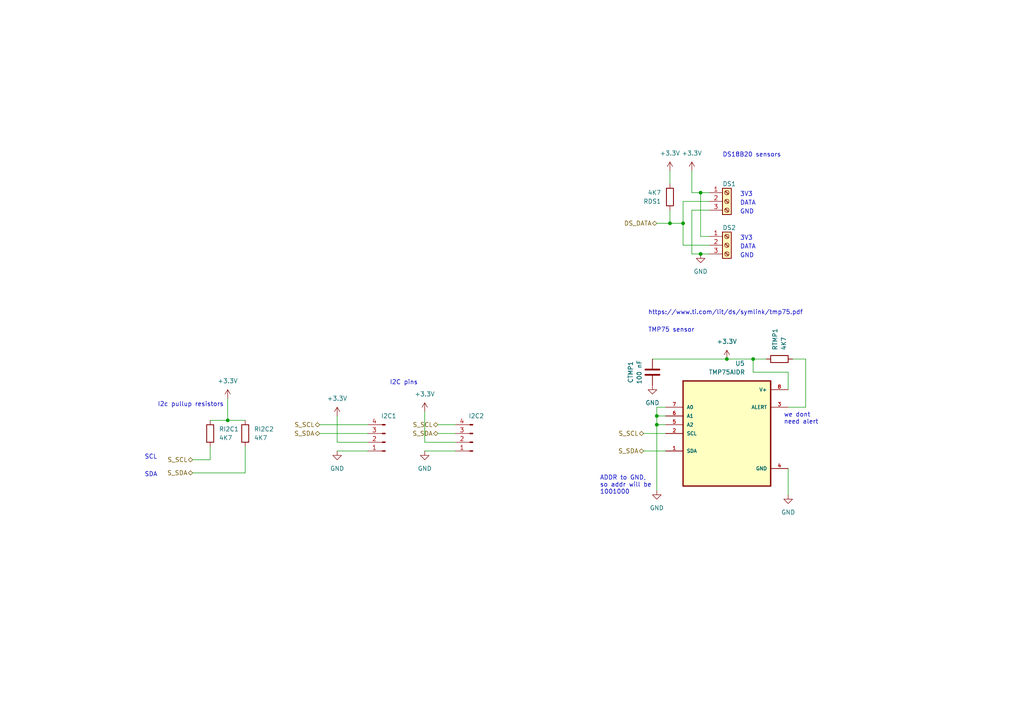
<source format=kicad_sch>
(kicad_sch (version 20211123) (generator eeschema)
  (paper "A4")
  (lib_symbols
    (symbol "Connector:Conn_01x04_Male" (pin_names (offset 1.016) hide)
      (property "Reference" "J" (at 0 5.08 0))
      (property "Value" "Conn_01x04_Male" (at 0 -7.62 0))
      (symbol "Conn_01x04_Male_1_1"
        (polyline (pts (xy 1.27 -5.08) (xy 0.8636 -5.08)) (stroke (width 0.1524)))
        (polyline (pts (xy 1.27 -2.54) (xy 0.8636 -2.54)) (stroke (width 0.1524)))
        (polyline (pts (xy 1.27 0) (xy 0.8636 0)) (stroke (width 0.1524)))
        (polyline (pts (xy 1.27 2.54) (xy 0.8636 2.54)) (stroke (width 0.1524)))
        (rectangle (start 0.8636 -4.953) (end 0 -5.207) (stroke (width 0.1524)) (fill (type outline)))
        (rectangle (start 0.8636 -2.413) (end 0 -2.667) (stroke (width 0.1524)) (fill (type outline)))
        (rectangle (start 0.8636 0.127) (end 0 -0.127) (stroke (width 0.1524)) (fill (type outline)))
        (rectangle (start 0.8636 2.667) (end 0 2.413) (stroke (width 0.1524)) (fill (type outline)))
        (pin passive line (at 5.08 2.54 180) (length 3.81) (name "Pin_1") (number "1"))
        (pin passive line (at 5.08 0 180) (length 3.81) (name "Pin_2") (number "2"))
        (pin passive line (at 5.08 -2.54 180) (length 3.81) (name "Pin_3") (number "3"))
        (pin passive line (at 5.08 -5.08 180) (length 3.81) (name "Pin_4") (number "4"))
      )
    )
    (symbol "Connector:Screw_Terminal_01x03" (pin_names (offset 1.016) hide)
      (property "Reference" "J" (at 0 5.08 0))
      (property "Value" "Screw_Terminal_01x03" (at 0 -5.08 0))
      (symbol "Screw_Terminal_01x03_1_1"
        (rectangle (start -1.27 3.81) (end 1.27 -3.81) (stroke (width 0.254)) (fill (type background)))
        (circle (center 0 -2.54) (radius 0.635) (stroke (width 0.1524)))
        (polyline (pts (xy -0.5334 -2.2098) (xy 0.3302 -3.048)) (stroke (width 0.1524)))
        (polyline (pts (xy -0.5334 0.3302) (xy 0.3302 -0.508)) (stroke (width 0.1524)))
        (polyline (pts (xy -0.5334 2.8702) (xy 0.3302 2.032)) (stroke (width 0.1524)))
        (polyline (pts (xy -0.3556 -2.032) (xy 0.508 -2.8702)) (stroke (width 0.1524)))
        (polyline (pts (xy -0.3556 0.508) (xy 0.508 -0.3302)) (stroke (width 0.1524)))
        (polyline (pts (xy -0.3556 3.048) (xy 0.508 2.2098)) (stroke (width 0.1524)))
        (circle (center 0 0) (radius 0.635) (stroke (width 0.1524)))
        (circle (center 0 2.54) (radius 0.635) (stroke (width 0.1524)))
        (pin passive line (at -5.08 2.54 0) (length 3.81) (name "Pin_1") (number "1"))
        (pin passive line (at -5.08 0 0) (length 3.81) (name "Pin_2") (number "2"))
        (pin passive line (at -5.08 -2.54 0) (length 3.81) (name "Pin_3") (number "3"))
      )
    )
    (symbol "Device:C" (pin_numbers hide) (pin_names (offset 0.254))
      (property "Reference" "C" (at 0.635 2.54 0))
      (property "Value" "C" (at 0.635 -2.54 0))
      (symbol "C_0_1"
        (polyline (pts (xy -2.032 -0.762) (xy 2.032 -0.762)) (stroke (width 0.508)))
        (polyline (pts (xy -2.032 0.762) (xy 2.032 0.762)) (stroke (width 0.508)))
      )
      (symbol "C_1_1"
        (pin passive line (at 0 3.81 270) (length 2.794) (name "~") (number "1"))
        (pin passive line (at 0 -3.81 90) (length 2.794) (name "~") (number "2"))
      )
    )
    (symbol "Device:R" (pin_numbers hide) (pin_names (offset 0))
      (property "Reference" "R" (at 2.032 0 90))
      (property "Value" "R" (at 0 0 90))
      (symbol "R_0_1"
        (rectangle (start -1.016 -2.54) (end 1.016 2.54) (stroke (width 0.254)))
      )
      (symbol "R_1_1"
        (pin passive line (at 0 3.81 270) (length 1.27) (name "~") (number "1"))
        (pin passive line (at 0 -3.81 90) (length 1.27) (name "~") (number "2"))
      )
    )
    (symbol "TMP75AIDR:TMP75AIDR" (pin_names (offset 1.016))
      (property "Reference" "U" (at -12.7 16.24 0))
      (property "Value" "TMP75AIDR" (at -12.7 -19.24 0))
      (symbol "TMP75AIDR_0_0"
        (rectangle (start -12.7 -15.24) (end 12.7 15.24) (stroke (width 0.41)) (fill (type background)))
        (pin bidirectional line (at -17.78 -5.08 0) (length 5.08) (name "SDA") (number "1"))
        (pin input line (at -17.78 0 0) (length 5.08) (name "SCL") (number "2"))
        (pin output line (at 17.78 7.62 180) (length 5.08) (name "ALERT") (number "3"))
        (pin power_in line (at 17.78 -10.16 180) (length 5.08) (name "GND") (number "4"))
        (pin input line (at -17.78 2.54 0) (length 5.08) (name "A2") (number "5"))
        (pin input line (at -17.78 5.08 0) (length 5.08) (name "A1") (number "6"))
        (pin input line (at -17.78 7.62 0) (length 5.08) (name "A0") (number "7"))
        (pin power_in line (at 17.78 12.7 180) (length 5.08) (name "V+") (number "8"))
      )
    )
    (symbol "power:+3.3V" (power) (pin_names (offset 0))
      (property "Value" "+3.3V" (at 0 3.556 0))
      (symbol "+3.3V_0_1"
        (polyline (pts (xy -0.762 1.27) (xy 0 2.54)))
        (polyline (pts (xy 0 0) (xy 0 2.54)))
        (polyline (pts (xy 0 2.54) (xy 0.762 1.27)))
      )
      (symbol "+3.3V_1_1"
        (pin power_in line (at 0 0 90) (length 0) hide (name "+3.3V") (number "1"))
      )
    )
    (symbol "power:GND" (power) (pin_names (offset 0))
      (property "Value" "GND" (at 0 -3.81 0))
      (symbol "GND_0_1"
        (polyline (pts (xy 0 0) (xy 0 -1.27) (xy 1.27 -1.27) (xy 0 -2.54) (xy -1.27 -1.27) (xy 0 -1.27)))
      )
      (symbol "GND_1_1"
        (pin power_in line (at 0 0 270) (length 0) hide (name "GND") (number "1"))
      )
    )
  )
  (junction (at 203.2 73.66))
  (junction (at 218.44 104.14))
  (junction (at 203.2 55.88))
  (junction (at 194.31 64.77))
  (junction (at 190.5 120.65))
  (junction (at 210.82 104.14))
  (junction (at 190.5 123.19))
  (junction (at 66.04 121.92))
  (junction (at 198.12 64.77))
  (wire (pts (xy 200.66 60.96) (xy 200.66 73.66)))
  (wire (pts (xy 71.12 137.16) (xy 55.88 137.16)))
  (wire (pts (xy 194.31 60.96) (xy 194.31 64.77)))
  (wire (pts (xy 190.5 118.11) (xy 190.5 120.65)))
  (wire (pts (xy 198.12 58.42) (xy 205.74 58.42)))
  (wire (pts (xy 228.6 135.89) (xy 228.6 143.51)))
  (wire (pts (xy 66.04 115.57) (xy 66.04 121.92)))
  (wire (pts (xy 229.87 104.14) (xy 233.68 104.14)))
  (wire (pts (xy 203.2 68.58) (xy 203.2 55.88)))
  (wire (pts (xy 233.68 104.14) (xy 233.68 118.11)))
  (wire (pts (xy 186.69 125.73) (xy 193.04 125.73)))
  (wire (pts (xy 200.66 49.53) (xy 200.66 55.88)))
  (wire (pts (xy 228.6 118.11) (xy 233.68 118.11)))
  (wire (pts (xy 71.12 129.54) (xy 71.12 137.16)))
  (wire (pts (xy 123.19 130.81) (xy 132.08 130.81)))
  (wire (pts (xy 200.66 73.66) (xy 203.2 73.66)))
  (wire (pts (xy 205.74 71.12) (xy 198.12 71.12)))
  (wire (pts (xy 190.5 118.11) (xy 193.04 118.11)))
  (wire (pts (xy 123.19 128.27) (xy 123.19 119.38)))
  (wire (pts (xy 190.5 120.65) (xy 193.04 120.65)))
  (wire (pts (xy 190.5 123.19) (xy 190.5 142.24)))
  (wire (pts (xy 190.5 64.77) (xy 194.31 64.77)))
  (wire (pts (xy 60.96 121.92) (xy 66.04 121.92)))
  (wire (pts (xy 218.44 104.14) (xy 222.25 104.14)))
  (wire (pts (xy 66.04 121.92) (xy 71.12 121.92)))
  (wire (pts (xy 97.79 128.27) (xy 97.79 120.65)))
  (wire (pts (xy 203.2 73.66) (xy 205.74 73.66)))
  (wire (pts (xy 194.31 49.53) (xy 194.31 53.34)))
  (wire (pts (xy 97.79 130.81) (xy 106.68 130.81)))
  (wire (pts (xy 92.71 125.73) (xy 106.68 125.73)))
  (wire (pts (xy 190.5 120.65) (xy 190.5 123.19)))
  (wire (pts (xy 210.82 104.14) (xy 218.44 104.14)))
  (wire (pts (xy 190.5 123.19) (xy 193.04 123.19)))
  (wire (pts (xy 198.12 64.77) (xy 198.12 58.42)))
  (wire (pts (xy 198.12 64.77) (xy 198.12 71.12)))
  (wire (pts (xy 92.71 123.19) (xy 106.68 123.19)))
  (wire (pts (xy 205.74 68.58) (xy 203.2 68.58)))
  (wire (pts (xy 218.44 107.95) (xy 218.44 104.14)))
  (wire (pts (xy 127 125.73) (xy 132.08 125.73)))
  (wire (pts (xy 127 123.19) (xy 132.08 123.19)))
  (wire (pts (xy 228.6 113.03) (xy 228.6 107.95)))
  (wire (pts (xy 194.31 64.77) (xy 198.12 64.77)))
  (wire (pts (xy 106.68 128.27) (xy 97.79 128.27)))
  (wire (pts (xy 228.6 107.95) (xy 218.44 107.95)))
  (wire (pts (xy 189.23 104.14) (xy 210.82 104.14)))
  (wire (pts (xy 60.96 133.35) (xy 55.88 133.35)))
  (wire (pts (xy 132.08 128.27) (xy 123.19 128.27)))
  (wire (pts (xy 186.69 130.81) (xy 193.04 130.81)))
  (wire (pts (xy 205.74 60.96) (xy 200.66 60.96)))
  (wire (pts (xy 60.96 129.54) (xy 60.96 133.35)))
  (wire (pts (xy 205.74 55.88) (xy 203.2 55.88)))
  (wire (pts (xy 200.66 55.88) (xy 203.2 55.88)))
  (text "GND" (at 214.63 62.23 0) (effects (font (size 1.27 1.27)) (justify left bottom)))
  (text "SCL" (at 41.91 133.35 0) (effects (font (size 1.27 1.27)) (justify left bottom)))
  (text "I2c pullup resistors" (at 45.72 118.11 0) (effects (font (size 1.27 1.27)) (justify left bottom)))
  (text "DATA" (at 214.63 59.69 0) (effects (font (size 1.27 1.27)) (justify left bottom)))
  (text "GND" (at 214.63 74.93 0) (effects (font (size 1.27 1.27)) (justify left bottom)))
  (text "https://www.ti.com/lit/ds/symlink/tmp75.pdf" (at 187.96 91.44 0) (effects (font (size 1.27 1.27)) (justify left bottom)))
  (text "DATA" (at 214.63 72.39 0) (effects (font (size 1.27 1.27)) (justify left bottom)))
  (text "3V3" (at 214.63 57.15 0) (effects (font (size 1.27 1.27)) (justify left bottom)))
  (text "TMP75 sensor" (at 187.96 96.52 0) (effects (font (size 1.27 1.27)) (justify left bottom)))
  (text "we dont \nneed alert " (at 227.33 123.19 0) (effects (font (size 1.27 1.27)) (justify left bottom)))
  (text "I2C pins" (at 113.03 111.76 0) (effects (font (size 1.27 1.27)) (justify left bottom)))
  (text "SDA" (at 41.91 138.43 0) (effects (font (size 1.27 1.27)) (justify left bottom)))
  (text "3V3" (at 214.63 69.85 0) (effects (font (size 1.27 1.27)) (justify left bottom)))
  (text "ADDR to GND, \nso addr will be \n1001000" (at 173.99 143.51 0) (effects (font (size 1.27 1.27)) (justify left bottom)))
  (text "DS18B20 sensors" (at 209.55 45.72 0) (effects (font (size 1.27 1.27)) (justify left bottom)))
  (hierarchical_label "S_SCL" (shape bidirectional) (at 55.88 133.35 180))
  (hierarchical_label "S_SDA" (shape bidirectional) (at 55.88 137.16 180))
  (hierarchical_label "S_SCL" (shape bidirectional) (at 127 123.19 180))
  (hierarchical_label "S_SCL" (shape bidirectional) (at 186.69 125.73 180))
  (hierarchical_label "S_SDA" (shape bidirectional) (at 186.69 130.81 180))
  (hierarchical_label "S_SDA" (shape bidirectional) (at 127 125.73 180))
  (hierarchical_label "S_SDA" (shape bidirectional) (at 92.71 125.73 180))
  (hierarchical_label "DS_DATA" (shape bidirectional) (at 190.5 64.77 180))
  (hierarchical_label "S_SCL" (shape bidirectional) (at 92.71 123.19 180))
  (symbol (lib_id "power:+3.3V") (at 123.19 119.38 0) (unit 1)
    (property "Reference" "#PWR0153" (effects hide))
    (property "Value" "+3.3V" (at 123.19 114.3 0))
  )
  (symbol (lib_id "power:GND") (at 203.2 73.66 0) (unit 1)
    (property "Reference" "#PWR0156" (effects hide))
    (property "Value" "GND" (at 203.2 78.74 0))
  )
  (symbol (lib_id "Device:C") (at 189.23 107.95 180) (unit 1)
    (property "Reference" "CTMP1" (at 182.88 107.95 90))
    (property "Value" "100 nF" (at 185.42 107.95 90))
    (property "Footprint" "Capacitor_SMD:C_0805_2012Metric" (effects hide))
  )
  (symbol (lib_id "Connector:Screw_Terminal_01x03") (at 210.82 58.42 0) (unit 1)
    (property "Reference" "DS1" (at 209.55 53.34 0) (effects (justify left)))
    (property "Value" "Screw_Terminal_01x03" (effects hide))
    (property "Footprint" "Screw-3-pin:Screw-3-pin-conn" (effects hide))
  )
  (symbol (lib_id "Device:R") (at 194.31 57.15 0) (unit 1)
    (property "Reference" "RDS1" (at 191.77 58.42 0) (effects (justify right)))
    (property "Value" "4K7" (at 191.77 55.8801 0) (effects (justify right)))
    (property "Footprint" "Resistor_SMD:R_0805_2012Metric" (effects hide))
  )
  (symbol (lib_id "Device:R") (at 71.12 125.73 180) (unit 1)
    (property "Reference" "RI2C2" (at 73.66 124.46 0) (effects (justify right)))
    (property "Value" "4K7" (at 73.66 126.9999 0) (effects (justify right)))
    (property "Footprint" "Resistor_SMD:R_0805_2012Metric" (effects hide))
  )
  (symbol (lib_id "power:GND") (at 190.5 142.24 0) (unit 1)
    (property "Reference" "#PWR0146" (effects hide))
    (property "Value" "GND" (at 190.5 147.32 0))
  )
  (symbol (lib_id "power:GND") (at 123.19 130.81 0) (unit 1)
    (property "Reference" "#PWR0152" (effects hide))
    (property "Value" "GND" (at 123.19 135.89 0))
  )
  (symbol (lib_id "Connector:Conn_01x04_Male") (at 137.16 128.27 180) (unit 1)
    (property "Reference" "I2C2" (at 135.89 120.65 0) (effects (justify right)))
    (property "Value" "Conn_01x04_Male" (effects hide))
    (property "Footprint" "Connector_PinHeader_2.54mm:PinHeader_1x04_P2.54mm_Vertical" (effects hide))
  )
  (symbol (lib_id "Device:R") (at 226.06 104.14 270) (unit 1)
    (property "Reference" "RTMP1" (at 224.79 101.6 0) (effects (justify right)))
    (property "Value" "4K7" (at 227.3299 101.6 0) (effects (justify right)))
    (property "Footprint" "Resistor_SMD:R_0805_2012Metric" (effects hide))
  )
  (symbol (lib_id "power:GND") (at 228.6 143.51 0) (unit 1)
    (property "Reference" "#PWR0145" (effects hide))
    (property "Value" "GND" (at 228.6 148.59 0))
  )
  (symbol (lib_id "TMP75AIDR:TMP75AIDR") (at 210.82 125.73 0) (unit 1)
    (property "Reference" "U5" (at 214.63 105.41 0))
    (property "Value" "TMP75AIDR" (at 210.82 107.95 0))
    (property "Footprint" "Package_SO:SOIC-8_3.9x4.9mm_P1.27mm" (effects hide))
  )
  (symbol (lib_id "Connector:Screw_Terminal_01x03") (at 210.82 71.12 0) (unit 1)
    (property "Reference" "DS2" (at 209.55 66.04 0) (effects (justify left)))
    (property "Value" "Screw_Terminal_01x03" (effects hide))
    (property "Footprint" "Screw-3-pin:Screw-3-pin-conn" (effects hide))
  )
  (symbol (lib_id "power:GND") (at 97.79 130.81 0) (unit 1)
    (property "Reference" "#PWR0149" (effects hide))
    (property "Value" "GND" (at 97.79 135.89 0))
  )
  (symbol (lib_id "power:+3.3V") (at 200.66 49.53 0) (unit 1)
    (property "Reference" "#PWR0154" (effects hide))
    (property "Value" "+3.3V" (at 200.66 44.45 0))
  )
  (symbol (lib_id "power:+3.3V") (at 194.31 49.53 0) (unit 1)
    (property "Reference" "#PWR0155" (effects hide))
    (property "Value" "+3.3V" (at 194.31 44.45 0))
  )
  (symbol (lib_id "power:GND") (at 189.23 111.76 0) (unit 1)
    (property "Reference" "#PWR0148" (effects hide))
    (property "Value" "GND" (at 189.23 116.84 0))
  )
  (symbol (lib_id "power:+3.3V") (at 97.79 120.65 0) (unit 1)
    (property "Reference" "#PWR0151" (effects hide))
    (property "Value" "+3.3V" (at 97.79 115.57 0))
  )
  (symbol (lib_id "power:+3.3V") (at 210.82 104.14 0) (unit 1)
    (property "Reference" "#PWR0147" (effects hide))
    (property "Value" "+3.3V" (at 210.82 99.06 0))
  )
  (symbol (lib_id "Device:R") (at 60.96 125.73 180) (unit 1)
    (property "Reference" "RI2C1" (at 63.5 124.46 0) (effects (justify right)))
    (property "Value" "4K7" (at 63.5 126.9999 0) (effects (justify right)))
    (property "Footprint" "Resistor_SMD:R_0805_2012Metric" (effects hide))
  )
  (symbol (lib_id "Connector:Conn_01x04_Male") (at 111.76 128.27 180) (unit 1)
    (property "Reference" "I2C1" (at 110.49 120.65 0) (effects (justify right)))
    (property "Value" "Conn_01x04_Male" (effects hide))
    (property "Footprint" "Connector_PinHeader_2.54mm:PinHeader_1x04_P2.54mm_Vertical" (effects hide))
  )
  (symbol (lib_id "power:+3.3V") (at 66.04 115.57 0) (unit 1)
    (property "Reference" "#PWR0150" (effects hide))
    (property "Value" "+3.3V" (at 66.04 110.49 0))
  )
)
</source>
